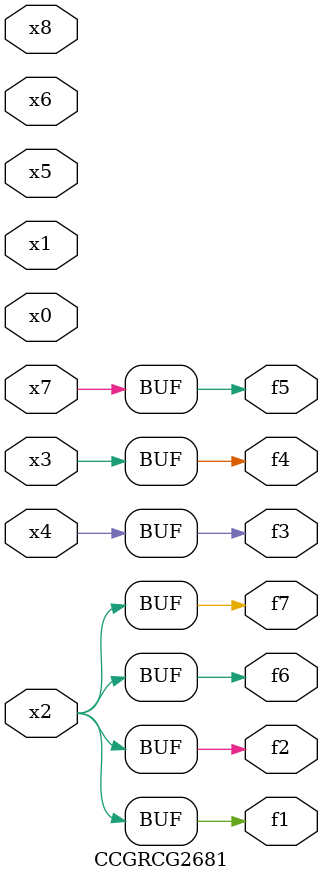
<source format=v>
module CCGRCG2681(
	input x0, x1, x2, x3, x4, x5, x6, x7, x8,
	output f1, f2, f3, f4, f5, f6, f7
);
	assign f1 = x2;
	assign f2 = x2;
	assign f3 = x4;
	assign f4 = x3;
	assign f5 = x7;
	assign f6 = x2;
	assign f7 = x2;
endmodule

</source>
